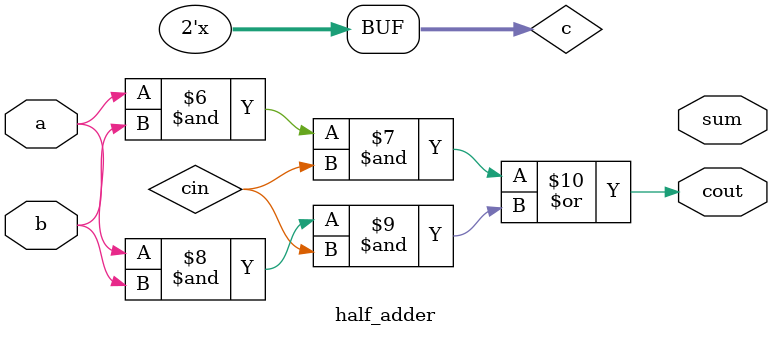
<source format=v>
module half_adder( 
input a, b,
output cout, sum );

wire [1:0] c;

assign {c[0], c[1]} = a + b + c[0] + sum[0] + c[1] + sum[1];
assign cout = (a&b&cin)|(a&b&cin);

endmodule

</source>
